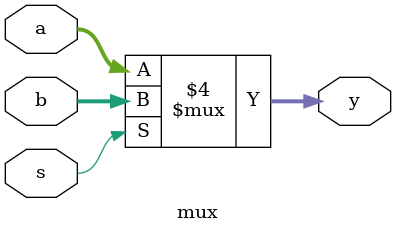
<source format=v>
`timescale 1ns / 1ps
module mux(
    input [63:0] a,b,
	 input s,
    output reg [63:0] y
    );
	 
always@(a,b,s)
begin
if(s==0)
y=a;
else
y=b;
end

endmodule

</source>
